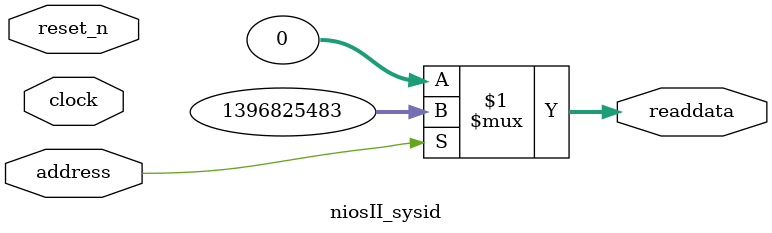
<source format=v>

`timescale 1ns / 1ps
// synthesis translate_on

// turn off superfluous verilog processor warnings 
// altera message_level Level1 
// altera message_off 10034 10035 10036 10037 10230 10240 10030 

module niosII_sysid (
               // inputs:
                address,
                clock,
                reset_n,

               // outputs:
                readdata
             )
;

  output  [ 31: 0] readdata;
  input            address;
  input            clock;
  input            reset_n;

  wire    [ 31: 0] readdata;
  //control_slave, which is an e_avalon_slave
  assign readdata = address ? 1396825483 : 0;

endmodule




</source>
